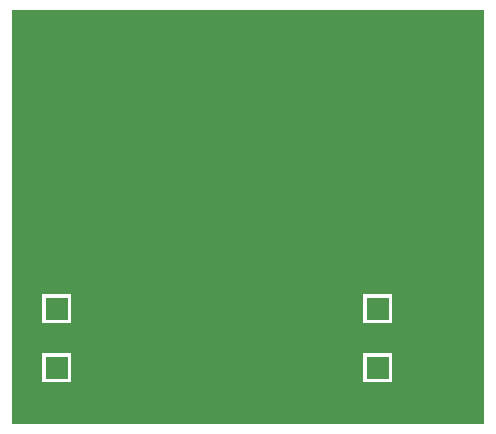
<source format=gbl>
G04*
G04 #@! TF.GenerationSoftware,Altium Limited,Altium Designer,20.1.12 (249)*
G04*
G04 Layer_Physical_Order=2*
G04 Layer_Color=16711680*
%FSLAX44Y44*%
%MOMM*%
G71*
G04*
G04 #@! TF.SameCoordinates,A6FFBE12-9050-4AB9-A8FC-CC0259DDA12F*
G04*
G04*
G04 #@! TF.FilePolarity,Positive*
G04*
G01*
G75*
%ADD40R,1.9500X1.9500*%
%ADD41C,1.9500*%
%ADD42C,0.6000*%
G36*
X400000Y0D02*
X0D01*
Y350000D01*
X400000D01*
Y0D01*
D02*
G37*
%LPC*%
G36*
X322290Y109790D02*
X297710D01*
Y85210D01*
X322290D01*
Y109790D01*
D02*
G37*
G36*
X50497D02*
X25917D01*
Y85210D01*
X50497D01*
Y109790D01*
D02*
G37*
G36*
X322290Y59790D02*
X297710D01*
Y35210D01*
X322290D01*
Y59790D01*
D02*
G37*
G36*
X50497D02*
X25917D01*
Y35210D01*
X50497D01*
Y59790D01*
D02*
G37*
%LPD*%
D40*
X310000Y97500D02*
D03*
Y47500D02*
D03*
X38207Y97500D02*
D03*
Y47500D02*
D03*
D41*
X360800Y97500D02*
D03*
Y47500D02*
D03*
X89008Y97500D02*
D03*
Y47500D02*
D03*
D42*
X383000Y239000D02*
D03*
X279000Y259000D02*
D03*
X262000Y257000D02*
D03*
X163000Y95000D02*
D03*
X165000Y47000D02*
D03*
X166000Y10000D02*
D03*
X7000Y144000D02*
D03*
Y180000D02*
D03*
X44000Y253000D02*
D03*
X77000Y294000D02*
D03*
X118000Y318000D02*
D03*
X351000Y330000D02*
D03*
X362000Y298000D02*
D03*
X190900Y280550D02*
D03*
X214900Y316550D02*
D03*
Y304550D02*
D03*
Y292550D02*
D03*
Y280550D02*
D03*
Y268550D02*
D03*
Y256550D02*
D03*
Y244550D02*
D03*
X202900Y316550D02*
D03*
Y304550D02*
D03*
Y292550D02*
D03*
Y280550D02*
D03*
Y268550D02*
D03*
Y256550D02*
D03*
Y244550D02*
D03*
X190900Y316550D02*
D03*
Y304550D02*
D03*
Y292550D02*
D03*
Y268550D02*
D03*
Y256550D02*
D03*
Y244550D02*
D03*
X178900Y316550D02*
D03*
Y304550D02*
D03*
Y292550D02*
D03*
Y280550D02*
D03*
Y268550D02*
D03*
Y256550D02*
D03*
Y244550D02*
D03*
M02*

</source>
